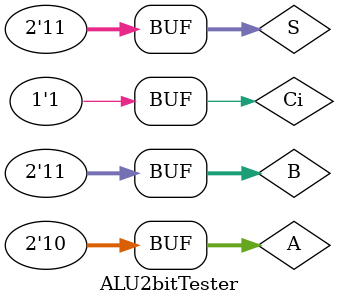
<source format=v>


`timescale 1ns/100ps

module ALU2bitTester;
  
  // Declare all inputs as reg and outputs as wire:
  
  reg [1:0] A, B, S;
  reg Ci;
  
  wire [1:0] R;
  wire Co, V, Z;
  
  // Instantiate a FullAdder:
  
  ALU2bit UUT (A, B, S, Ci, R, Co, V, Z);
  
  initial begin
    
    A = 2'b00; B = 2'b00; S = 2'b00; Ci = 0;
    
  end
  
  // Create the testbench sequence, showing expected results.
  
  initial begin

    #0;

    // Scenario 1a (ADD): 
    // Set A = 11 - expect R = 11, Co = V = Z = 0.

    A <= 2'b11;
    B <= 2'b00;
    
    #50;
    
    // Scenario 1b (ADD): 
    // Set A = B = 10 - expect R = 00, Co = 1, V = 1, Z = 1.

    A <= 2'b10;
    B <= 2'b10;
    
    #50;
    
    // Scenario 1c (ADD): 
    // Set A = B = 00 - expect R = 00, Co = 0, V = 0, Z = 1.
    
    A <= 2'b00;
    B <= 2'b00;
    
    #50;
    
    // Scenario 1d (ADD): 
    // Set A = B = 01, Ci = 1 - expect R = 11, Co = 0, V = 1, Z = 0.
    
    A  <= 2'b01;
    B  <= 2'b01;
    Ci <= 1'b1;
    
    #50;
    
    // Scenario 2a (XOR)
    // Set A = 01, B = 10 - expect R = 11, Z = 0
    
    S <= 2'b01;
    
    A <= 2'b01;
    B <= 2'b10;
    
    #50;
    
    // Scenario 2b (XOR)
    // Set A = 10, B = 11 - expect R = 01, Z = 0
    
    A <= 2'b10;
    B <= 2'b11;
    
    #50;
    
    // Scenario 3a (AND)
    // Set A = 00, B = 11 - expect R = 00, Z = 1
    
    S <= 2'b10;
    
    A <= 2'b00;
    B <= 2'b11;
    
    #50;
    
    // Scenario 3b (AND)
    // Set A = 01, B = 11 - expect R = 01, Z = 0
    
    A <= 2'b01;
    B <= 2'b11;
    
    #50;
    
    // Scenario 4a (Transparent)
    // Set A = 00, B = 00 - expect R = 00
    
    S <= 2'b11;
    
    A <= 2'b00;
    B <= 2'b00;
    
    #50;
    
    // Scenario 4b (Transparent)
    // Set A = 10, B = 11 - expect R = 10
    
    A <= 2'b10;
    B <= 2'b11;
    
    #50;

  end
  
endmodule
</source>
